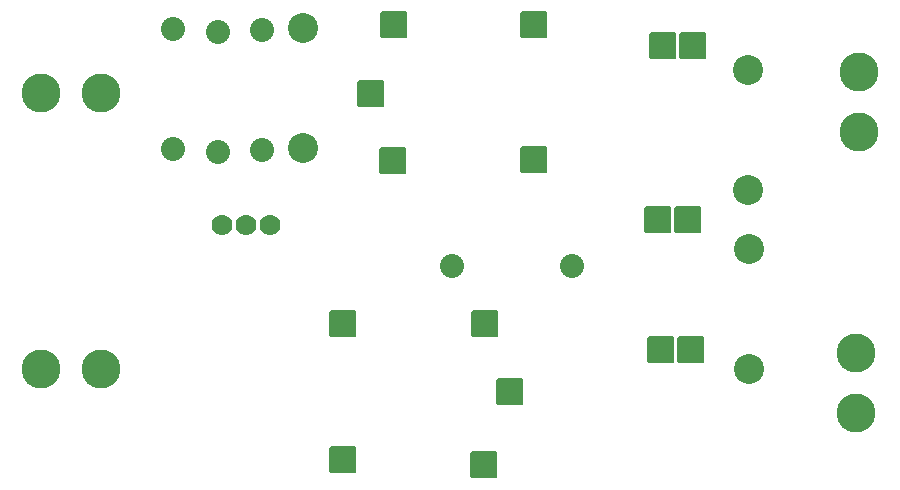
<source format=gbr>
G04 PROTEUS GERBER X2 FILE*
%TF.GenerationSoftware,Labcenter,Proteus,8.13-SP0-Build31525*%
%TF.CreationDate,2024-10-28T14:47:28+00:00*%
%TF.FileFunction,Soldermask,Top*%
%TF.FilePolarity,Negative*%
%TF.Part,Single*%
%TF.SameCoordinates,{34124c4d-f2d1-4a7d-b498-645d5fdee650}*%
%FSLAX45Y45*%
%MOMM*%
G01*
%TA.AperFunction,Material*%
%ADD22C,3.302000*%
%ADD23C,2.032000*%
%ADD24C,2.540000*%
%AMPPAD017*
4,1,36,
1.143000,1.016000,
1.143000,-1.016000,
1.140470,-1.041970,
1.133200,-1.065980,
1.121650,-1.087580,
1.106290,-1.106290,
1.087570,-1.121650,
1.065980,-1.133200,
1.041970,-1.140470,
1.016000,-1.143000,
-1.016000,-1.143000,
-1.041970,-1.140470,
-1.065980,-1.133200,
-1.087570,-1.121650,
-1.106290,-1.106290,
-1.121650,-1.087580,
-1.133200,-1.065980,
-1.140470,-1.041970,
-1.143000,-1.016000,
-1.143000,1.016000,
-1.140470,1.041970,
-1.133200,1.065980,
-1.121650,1.087580,
-1.106290,1.106290,
-1.087570,1.121650,
-1.065980,1.133200,
-1.041970,1.140470,
-1.016000,1.143000,
1.016000,1.143000,
1.041970,1.140470,
1.065980,1.133200,
1.087570,1.121650,
1.106290,1.106290,
1.121650,1.087580,
1.133200,1.065980,
1.140470,1.041970,
1.143000,1.016000,
0*%
%TA.AperFunction,Material*%
%ADD25PPAD017*%
%AMPPAD018*
4,1,36,
1.016000,-1.143000,
-1.016000,-1.143000,
-1.041970,-1.140470,
-1.065980,-1.133200,
-1.087580,-1.121650,
-1.106290,-1.106290,
-1.121650,-1.087570,
-1.133200,-1.065980,
-1.140470,-1.041970,
-1.143000,-1.016000,
-1.143000,1.016000,
-1.140470,1.041970,
-1.133200,1.065980,
-1.121650,1.087570,
-1.106290,1.106290,
-1.087580,1.121650,
-1.065980,1.133200,
-1.041970,1.140470,
-1.016000,1.143000,
1.016000,1.143000,
1.041970,1.140470,
1.065980,1.133200,
1.087580,1.121650,
1.106290,1.106290,
1.121650,1.087570,
1.133200,1.065980,
1.140470,1.041970,
1.143000,1.016000,
1.143000,-1.016000,
1.140470,-1.041970,
1.133200,-1.065980,
1.121650,-1.087570,
1.106290,-1.106290,
1.087580,-1.121650,
1.065980,-1.133200,
1.041970,-1.140470,
1.016000,-1.143000,
0*%
%TA.AperFunction,Material*%
%ADD26PPAD018*%
%TA.AperFunction,Material*%
%ADD27C,1.778000*%
%TD.AperFunction*%
D22*
X+1250000Y+3700000D03*
X+742000Y+3700000D03*
X+1250000Y+1360000D03*
X+742000Y+1360000D03*
D23*
X+2610000Y+4230000D03*
X+2610000Y+3214000D03*
D24*
X+2960000Y+3234000D03*
X+2960000Y+4250000D03*
D25*
X+3730000Y+4270000D03*
X+3720000Y+3120000D03*
X+3540000Y+3690000D03*
X+4920000Y+4270000D03*
X+4920000Y+3130000D03*
D26*
X+6260000Y+4100000D03*
X+6006000Y+4100000D03*
X+6220000Y+2620000D03*
X+5966000Y+2620000D03*
D24*
X+6740000Y+1364000D03*
X+6740000Y+2380000D03*
D26*
X+6250000Y+1520000D03*
X+5996000Y+1520000D03*
D23*
X+5240000Y+2230000D03*
X+4224000Y+2230000D03*
X+2240000Y+3200000D03*
X+2240000Y+4216000D03*
X+1860000Y+4240000D03*
X+1860000Y+3224000D03*
D25*
X+4490000Y+550000D03*
X+4500000Y+1740000D03*
X+4710000Y+1170000D03*
X+3300000Y+590000D03*
X+3300000Y+1740000D03*
D22*
X+7640000Y+1500000D03*
X+7640000Y+992000D03*
D27*
X+2276800Y+2580000D03*
X+2480000Y+2580000D03*
X+2683200Y+2580000D03*
D22*
X+7670000Y+3880000D03*
X+7670000Y+3372000D03*
D24*
X+6730000Y+2874000D03*
X+6730000Y+3890000D03*
M02*

</source>
